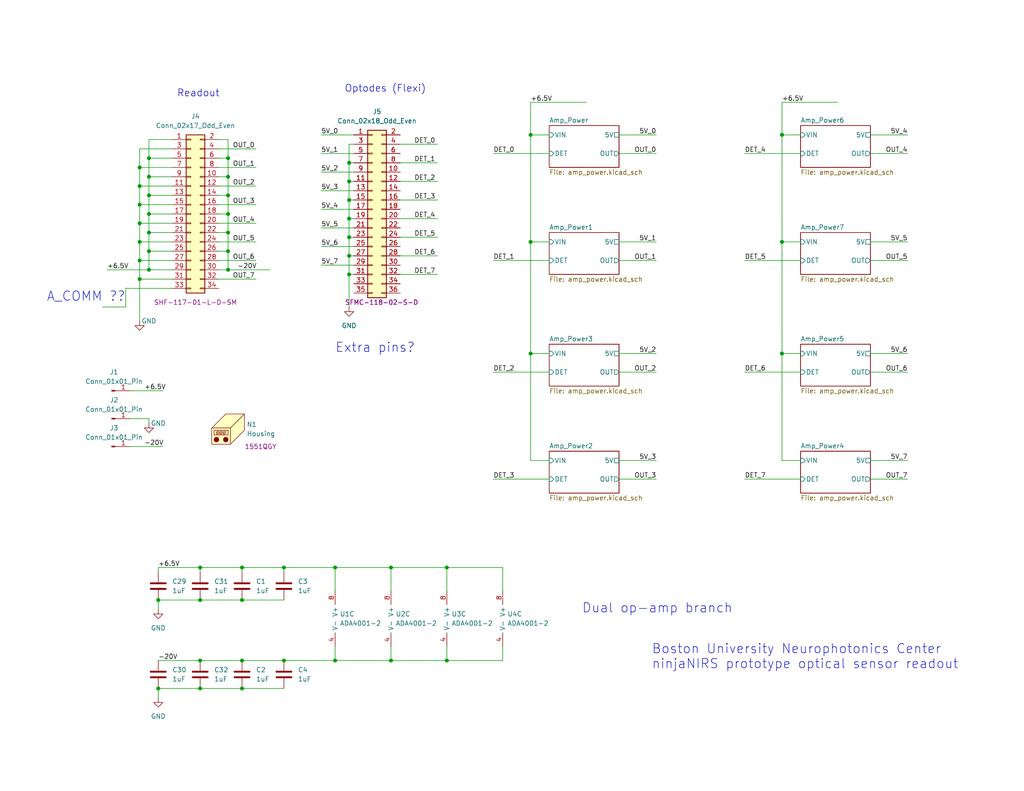
<source format=kicad_sch>
(kicad_sch (version 20230121) (generator eeschema)
  (paper "USLetter")
  (title_block (rev "A") (comment 1 "E. Hazen"))
  (lib_symbols
    (symbol "Connector:Conn_01x01_Pin" (pin_names (offset 1.016) hide)
      (property "Reference" "J" (at 0 2.54 0))
      (property "Value" "Conn_01x01_Pin" (at 0 -2.54 0))
      (symbol "Conn_01x01_Pin_1_1"
        (polyline (pts (xy 1.27 0) (xy 0.8636 0)) (stroke (width 0.1524)))
        (rectangle (start 0.8636 0.127) (end 0 -0.127) (stroke (width 0.1524)) (fill (type outline)))
        (pin passive line (at 5.08 0 180) (length 3.81) (name "Pin_1") (number "1"))
      )
    )
    (symbol "Connector_Generic:Conn_02x17_Odd_Even" (pin_names (offset 1.016) hide)
      (property "Reference" "J" (at 1.27 22.86 0))
      (property "Value" "Conn_02x17_Odd_Even" (at 1.27 -22.86 0))
      (symbol "Conn_02x17_Odd_Even_1_1"
        (rectangle (start -1.27 -20.193) (end 0 -20.447) (stroke (width 0.1524)))
        (rectangle (start -1.27 -17.653) (end 0 -17.907) (stroke (width 0.1524)))
        (rectangle (start -1.27 -15.113) (end 0 -15.367) (stroke (width 0.1524)))
        (rectangle (start -1.27 -12.573) (end 0 -12.827) (stroke (width 0.1524)))
        (rectangle (start -1.27 -10.033) (end 0 -10.287) (stroke (width 0.1524)))
        (rectangle (start -1.27 -7.493) (end 0 -7.747) (stroke (width 0.1524)))
        (rectangle (start -1.27 -4.953) (end 0 -5.207) (stroke (width 0.1524)))
        (rectangle (start -1.27 -2.413) (end 0 -2.667) (stroke (width 0.1524)))
        (rectangle (start -1.27 0.127) (end 0 -0.127) (stroke (width 0.1524)))
        (rectangle (start -1.27 2.667) (end 0 2.413) (stroke (width 0.1524)))
        (rectangle (start -1.27 5.207) (end 0 4.953) (stroke (width 0.1524)))
        (rectangle (start -1.27 7.747) (end 0 7.493) (stroke (width 0.1524)))
        (rectangle (start -1.27 10.287) (end 0 10.033) (stroke (width 0.1524)))
        (rectangle (start -1.27 12.827) (end 0 12.573) (stroke (width 0.1524)))
        (rectangle (start -1.27 15.367) (end 0 15.113) (stroke (width 0.1524)))
        (rectangle (start -1.27 17.907) (end 0 17.653) (stroke (width 0.1524)))
        (rectangle (start -1.27 20.447) (end 0 20.193) (stroke (width 0.1524)))
        (rectangle (start -1.27 21.59) (end 3.81 -21.59) (stroke (width 0.254)) (fill (type background)))
        (rectangle (start 3.81 -20.193) (end 2.54 -20.447) (stroke (width 0.1524)))
        (rectangle (start 3.81 -17.653) (end 2.54 -17.907) (stroke (width 0.1524)))
        (rectangle (start 3.81 -15.113) (end 2.54 -15.367) (stroke (width 0.1524)))
        (rectangle (start 3.81 -12.573) (end 2.54 -12.827) (stroke (width 0.1524)))
        (rectangle (start 3.81 -10.033) (end 2.54 -10.287) (stroke (width 0.1524)))
        (rectangle (start 3.81 -7.493) (end 2.54 -7.747) (stroke (width 0.1524)))
        (rectangle (start 3.81 -4.953) (end 2.54 -5.207) (stroke (width 0.1524)))
        (rectangle (start 3.81 -2.413) (end 2.54 -2.667) (stroke (width 0.1524)))
        (rectangle (start 3.81 0.127) (end 2.54 -0.127) (stroke (width 0.1524)))
        (rectangle (start 3.81 2.667) (end 2.54 2.413) (stroke (width 0.1524)))
        (rectangle (start 3.81 5.207) (end 2.54 4.953) (stroke (width 0.1524)))
        (rectangle (start 3.81 7.747) (end 2.54 7.493) (stroke (width 0.1524)))
        (rectangle (start 3.81 10.287) (end 2.54 10.033) (stroke (width 0.1524)))
        (rectangle (start 3.81 12.827) (end 2.54 12.573) (stroke (width 0.1524)))
        (rectangle (start 3.81 15.367) (end 2.54 15.113) (stroke (width 0.1524)))
        (rectangle (start 3.81 17.907) (end 2.54 17.653) (stroke (width 0.1524)))
        (rectangle (start 3.81 20.447) (end 2.54 20.193) (stroke (width 0.1524)))
        (pin passive line (at -5.08 20.32 0) (length 3.81) (name "Pin_1") (number "1"))
        (pin passive line (at 7.62 10.16 180) (length 3.81) (name "Pin_10") (number "10"))
        (pin passive line (at -5.08 7.62 0) (length 3.81) (name "Pin_11") (number "11"))
        (pin passive line (at 7.62 7.62 180) (length 3.81) (name "Pin_12") (number "12"))
        (pin passive line (at -5.08 5.08 0) (length 3.81) (name "Pin_13") (number "13"))
        (pin passive line (at 7.62 5.08 180) (length 3.81) (name "Pin_14") (number "14"))
        (pin passive line (at -5.08 2.54 0) (length 3.81) (name "Pin_15") (number "15"))
        (pin passive line (at 7.62 2.54 180) (length 3.81) (name "Pin_16") (number "16"))
        (pin passive line (at -5.08 0 0) (length 3.81) (name "Pin_17") (number "17"))
        (pin passive line (at 7.62 0 180) (length 3.81) (name "Pin_18") (number "18"))
        (pin passive line (at -5.08 -2.54 0) (length 3.81) (name "Pin_19") (number "19"))
        (pin passive line (at 7.62 20.32 180) (length 3.81) (name "Pin_2") (number "2"))
        (pin passive line (at 7.62 -2.54 180) (length 3.81) (name "Pin_20") (number "20"))
        (pin passive line (at -5.08 -5.08 0) (length 3.81) (name "Pin_21") (number "21"))
        (pin passive line (at 7.62 -5.08 180) (length 3.81) (name "Pin_22") (number "22"))
        (pin passive line (at -5.08 -7.62 0) (length 3.81) (name "Pin_23") (number "23"))
        (pin passive line (at 7.62 -7.62 180) (length 3.81) (name "Pin_24") (number "24"))
        (pin passive line (at -5.08 -10.16 0) (length 3.81) (name "Pin_25") (number "25"))
        (pin passive line (at 7.62 -10.16 180) (length 3.81) (name "Pin_26") (number "26"))
        (pin passive line (at -5.08 -12.7 0) (length 3.81) (name "Pin_27") (number "27"))
        (pin passive line (at 7.62 -12.7 180) (length 3.81) (name "Pin_28") (number "28"))
        (pin passive line (at -5.08 -15.24 0) (length 3.81) (name "Pin_29") (number "29"))
        (pin passive line (at -5.08 17.78 0) (length 3.81) (name "Pin_3") (number "3"))
        (pin passive line (at 7.62 -15.24 180) (length 3.81) (name "Pin_30") (number "30"))
        (pin passive line (at -5.08 -17.78 0) (length 3.81) (name "Pin_31") (number "31"))
        (pin passive line (at 7.62 -17.78 180) (length 3.81) (name "Pin_32") (number "32"))
        (pin passive line (at -5.08 -20.32 0) (length 3.81) (name "Pin_33") (number "33"))
        (pin passive line (at 7.62 -20.32 180) (length 3.81) (name "Pin_34") (number "34"))
        (pin passive line (at 7.62 17.78 180) (length 3.81) (name "Pin_4") (number "4"))
        (pin passive line (at -5.08 15.24 0) (length 3.81) (name "Pin_5") (number "5"))
        (pin passive line (at 7.62 15.24 180) (length 3.81) (name "Pin_6") (number "6"))
        (pin passive line (at -5.08 12.7 0) (length 3.81) (name "Pin_7") (number "7"))
        (pin passive line (at 7.62 12.7 180) (length 3.81) (name "Pin_8") (number "8"))
        (pin passive line (at -5.08 10.16 0) (length 3.81) (name "Pin_9") (number "9"))
      )
    )
    (symbol "Connector_Generic:Conn_02x18_Odd_Even" (pin_names (offset 1.016) hide)
      (property "Reference" "J" (at 1.27 22.86 0))
      (property "Value" "Conn_02x18_Odd_Even" (at 1.27 -25.4 0))
      (symbol "Conn_02x18_Odd_Even_1_1"
        (rectangle (start -1.27 -22.733) (end 0 -22.987) (stroke (width 0.1524)))
        (rectangle (start -1.27 -20.193) (end 0 -20.447) (stroke (width 0.1524)))
        (rectangle (start -1.27 -17.653) (end 0 -17.907) (stroke (width 0.1524)))
        (rectangle (start -1.27 -15.113) (end 0 -15.367) (stroke (width 0.1524)))
        (rectangle (start -1.27 -12.573) (end 0 -12.827) (stroke (width 0.1524)))
        (rectangle (start -1.27 -10.033) (end 0 -10.287) (stroke (width 0.1524)))
        (rectangle (start -1.27 -7.493) (end 0 -7.747) (stroke (width 0.1524)))
        (rectangle (start -1.27 -4.953) (end 0 -5.207) (stroke (width 0.1524)))
        (rectangle (start -1.27 -2.413) (end 0 -2.667) (stroke (width 0.1524)))
        (rectangle (start -1.27 0.127) (end 0 -0.127) (stroke (width 0.1524)))
        (rectangle (start -1.27 2.667) (end 0 2.413) (stroke (width 0.1524)))
        (rectangle (start -1.27 5.207) (end 0 4.953) (stroke (width 0.1524)))
        (rectangle (start -1.27 7.747) (end 0 7.493) (stroke (width 0.1524)))
        (rectangle (start -1.27 10.287) (end 0 10.033) (stroke (width 0.1524)))
        (rectangle (start -1.27 12.827) (end 0 12.573) (stroke (width 0.1524)))
        (rectangle (start -1.27 15.367) (end 0 15.113) (stroke (width 0.1524)))
        (rectangle (start -1.27 17.907) (end 0 17.653) (stroke (width 0.1524)))
        (rectangle (start -1.27 20.447) (end 0 20.193) (stroke (width 0.1524)))
        (rectangle (start -1.27 21.59) (end 3.81 -24.13) (stroke (width 0.254)) (fill (type background)))
        (rectangle (start 3.81 -22.733) (end 2.54 -22.987) (stroke (width 0.1524)))
        (rectangle (start 3.81 -20.193) (end 2.54 -20.447) (stroke (width 0.1524)))
        (rectangle (start 3.81 -17.653) (end 2.54 -17.907) (stroke (width 0.1524)))
        (rectangle (start 3.81 -15.113) (end 2.54 -15.367) (stroke (width 0.1524)))
        (rectangle (start 3.81 -12.573) (end 2.54 -12.827) (stroke (width 0.1524)))
        (rectangle (start 3.81 -10.033) (end 2.54 -10.287) (stroke (width 0.1524)))
        (rectangle (start 3.81 -7.493) (end 2.54 -7.747) (stroke (width 0.1524)))
        (rectangle (start 3.81 -4.953) (end 2.54 -5.207) (stroke (width 0.1524)))
        (rectangle (start 3.81 -2.413) (end 2.54 -2.667) (stroke (width 0.1524)))
        (rectangle (start 3.81 0.127) (end 2.54 -0.127) (stroke (width 0.1524)))
        (rectangle (start 3.81 2.667) (end 2.54 2.413) (stroke (width 0.1524)))
        (rectangle (start 3.81 5.207) (end 2.54 4.953) (stroke (width 0.1524)))
        (rectangle (start 3.81 7.747) (end 2.54 7.493) (stroke (width 0.1524)))
        (rectangle (start 3.81 10.287) (end 2.54 10.033) (stroke (width 0.1524)))
        (rectangle (start 3.81 12.827) (end 2.54 12.573) (stroke (width 0.1524)))
        (rectangle (start 3.81 15.367) (end 2.54 15.113) (stroke (width 0.1524)))
        (rectangle (start 3.81 17.907) (end 2.54 17.653) (stroke (width 0.1524)))
        (rectangle (start 3.81 20.447) (end 2.54 20.193) (stroke (width 0.1524)))
        (pin passive line (at -5.08 20.32 0) (length 3.81) (name "Pin_1") (number "1"))
        (pin passive line (at 7.62 10.16 180) (length 3.81) (name "Pin_10") (number "10"))
        (pin passive line (at -5.08 7.62 0) (length 3.81) (name "Pin_11") (number "11"))
        (pin passive line (at 7.62 7.62 180) (length 3.81) (name "Pin_12") (number "12"))
        (pin passive line (at -5.08 5.08 0) (length 3.81) (name "Pin_13") (number "13"))
        (pin passive line (at 7.62 5.08 180) (length 3.81) (name "Pin_14") (number "14"))
        (pin passive line (at -5.08 2.54 0) (length 3.81) (name "Pin_15") (number "15"))
        (pin passive line (at 7.62 2.54 180) (length 3.81) (name "Pin_16") (number "16"))
        (pin passive line (at -5.08 0 0) (length 3.81) (name "Pin_17") (number "17"))
        (pin passive line (at 7.62 0 180) (length 3.81) (name "Pin_18") (number "18"))
        (pin passive line (at -5.08 -2.54 0) (length 3.81) (name "Pin_19") (number "19"))
        (pin passive line (at 7.62 20.32 180) (length 3.81) (name "Pin_2") (number "2"))
        (pin passive line (at 7.62 -2.54 180) (length 3.81) (name "Pin_20") (number "20"))
        (pin passive line (at -5.08 -5.08 0) (length 3.81) (name "Pin_21") (number "21"))
        (pin passive line (at 7.62 -5.08 180) (length 3.81) (name "Pin_22") (number "22"))
        (pin passive line (at -5.08 -7.62 0) (length 3.81) (name "Pin_23") (number "23"))
        (pin passive line (at 7.62 -7.62 180) (length 3.81) (name "Pin_24") (number "24"))
        (pin passive line (at -5.08 -10.16 0) (length 3.81) (name "Pin_25") (number "25"))
        (pin passive line (at 7.62 -10.16 180) (length 3.81) (name "Pin_26") (number "26"))
        (pin passive line (at -5.08 -12.7 0) (length 3.81) (name "Pin_27") (number "27"))
        (pin passive line (at 7.62 -12.7 180) (length 3.81) (name "Pin_28") (number "28"))
        (pin passive line (at -5.08 -15.24 0) (length 3.81) (name "Pin_29") (number "29"))
        (pin passive line (at -5.08 17.78 0) (length 3.81) (name "Pin_3") (number "3"))
        (pin passive line (at 7.62 -15.24 180) (length 3.81) (name "Pin_30") (number "30"))
        (pin passive line (at -5.08 -17.78 0) (length 3.81) (name "Pin_31") (number "31"))
        (pin passive line (at 7.62 -17.78 180) (length 3.81) (name "Pin_32") (number "32"))
        (pin passive line (at -5.08 -20.32 0) (length 3.81) (name "Pin_33") (number "33"))
        (pin passive line (at 7.62 -20.32 180) (length 3.81) (name "Pin_34") (number "34"))
        (pin passive line (at -5.08 -22.86 0) (length 3.81) (name "Pin_35") (number "35"))
        (pin passive line (at 7.62 -22.86 180) (length 3.81) (name "Pin_36") (number "36"))
        (pin passive line (at 7.62 17.78 180) (length 3.81) (name "Pin_4") (number "4"))
        (pin passive line (at -5.08 15.24 0) (length 3.81) (name "Pin_5") (number "5"))
        (pin passive line (at 7.62 15.24 180) (length 3.81) (name "Pin_6") (number "6"))
        (pin passive line (at -5.08 12.7 0) (length 3.81) (name "Pin_7") (number "7"))
        (pin passive line (at 7.62 12.7 180) (length 3.81) (name "Pin_8") (number "8"))
        (pin passive line (at -5.08 10.16 0) (length 3.81) (name "Pin_9") (number "9"))
      )
    )
    (symbol "Device:C" (pin_numbers hide) (pin_names (offset 0.254))
      (property "Reference" "C" (at 0.635 2.54 0))
      (property "Value" "C" (at 0.635 -2.54 0))
      (symbol "C_0_1"
        (polyline (pts (xy -2.032 -0.762) (xy 2.032 -0.762)) (stroke (width 0.508)))
        (polyline (pts (xy -2.032 0.762) (xy 2.032 0.762)) (stroke (width 0.508)))
      )
      (symbol "C_1_1"
        (pin passive line (at 0 3.81 270) (length 2.794) (name "~") (number "1"))
        (pin passive line (at 0 -3.81 90) (length 2.794) (name "~") (number "2"))
      )
    )
    (symbol "Device:Opamp_Dual"
      (property "Reference" "U" (at 0 5.08 0))
      (property "Value" "Opamp_Dual" (at 0 -5.08 0))
      (symbol "Opamp_Dual_1_1"
        (polyline (pts (xy -5.08 5.08) (xy 5.08 0) (xy -5.08 -5.08) (xy -5.08 5.08)) (stroke (width 0.254)) (fill (type background)))
        (pin output line (at 7.62 0 180) (length 2.54) (name "~") (number "1"))
        (pin input line (at -7.62 -2.54 0) (length 2.54) (name "-") (number "2"))
        (pin input line (at -7.62 2.54 0) (length 2.54) (name "+") (number "3"))
      )
      (symbol "Opamp_Dual_2_1"
        (polyline (pts (xy -5.08 5.08) (xy 5.08 0) (xy -5.08 -5.08) (xy -5.08 5.08)) (stroke (width 0.254)) (fill (type background)))
        (pin input line (at -7.62 2.54 0) (length 2.54) (name "+") (number "5"))
        (pin input line (at -7.62 -2.54 0) (length 2.54) (name "-") (number "6"))
        (pin output line (at 7.62 0 180) (length 2.54) (name "~") (number "7"))
      )
      (symbol "Opamp_Dual_3_1"
        (pin power_in line (at -2.54 -7.62 90) (length 3.81) (name "V-") (number "4"))
        (pin power_in line (at -2.54 7.62 270) (length 3.81) (name "V+") (number "8"))
      )
    )
    (symbol "Mechanical:Housing" (pin_names (offset 1.016))
      (property "Reference" "N" (at 3.81 0 0))
      (property "Value" "Housing" (at 3.81 -1.905 0))
      (symbol "Housing_0_1"
        (rectangle (start -5.08 -0.635) (end -1.27 -1.905))
        (circle (center -4.445 -3.175) (radius 0.635) (fill (type outline)))
        (circle (center -1.905 -3.175) (radius 0.635) (fill (type outline)))
        (polyline (pts (xy -4.5212 -1.5748) (xy -4.4704 -1.3716)))
        (polyline (pts (xy -4.4196 -1.6764) (xy -4.064 -1.6764)))
        (polyline (pts (xy -4.4196 -1.2192) (xy -4.3688 -0.9652)))
        (polyline (pts (xy -4.318 -1.3208) (xy -4.0132 -1.3208)))
        (polyline (pts (xy -4.2164 -0.9144) (xy -3.9116 -0.9144)))
        (polyline (pts (xy -3.9116 -1.6256) (xy -3.8608 -1.3716)))
        (polyline (pts (xy -3.81 -1.2192) (xy -3.7592 -0.9652)))
        (polyline (pts (xy -3.6068 -1.5748) (xy -3.556 -1.3716)))
        (polyline (pts (xy -3.5052 -1.6764) (xy -3.1496 -1.6764)))
        (polyline (pts (xy -3.5052 -1.2192) (xy -3.4544 -0.9652)))
        (polyline (pts (xy -3.4036 -1.3208) (xy -3.0988 -1.3208)))
        (polyline (pts (xy -3.302 -0.9144) (xy -2.9972 -0.9144)))
        (polyline (pts (xy -2.9972 -1.6256) (xy -2.9464 -1.3716)))
        (polyline (pts (xy -2.8956 -1.2192) (xy -2.8448 -0.9652)))
        (polyline (pts (xy -2.6924 -1.5748) (xy -2.6416 -1.3716)))
        (polyline (pts (xy -2.5908 -1.6764) (xy -2.2352 -1.6764)))
        (polyline (pts (xy -2.5908 -1.2192) (xy -2.54 -0.9652)))
        (polyline (pts (xy -2.4892 -1.3208) (xy -2.1844 -1.3208)))
        (polyline (pts (xy -2.3876 -0.9144) (xy -2.0828 -0.9144)))
        (polyline (pts (xy -2.0828 -1.6256) (xy -2.032 -1.3716)))
        (polyline (pts (xy -1.9812 -1.2192) (xy -1.9304 -0.9652)))
        (polyline (pts (xy -0.635 0) (xy -0.635 -4.445)))
        (polyline (pts (xy -5.715 0) (xy -0.635 0) (xy 3.175 3.81)))
        (polyline (pts (xy -5.715 0) (xy -5.715 -4.445) (xy -0.635 -4.445) (xy 3.175 -0.635) (xy 3.175 3.81) (xy -1.905 3.81) (xy -5.715 0)) (fill (type background)))
      )
    )
    (symbol "power:GND" (power) (pin_names (offset 0))
      (property "Value" "GND" (at 0 -3.81 0))
      (symbol "GND_0_1"
        (polyline (pts (xy 0 0) (xy 0 -1.27) (xy 1.27 -1.27) (xy 0 -2.54) (xy -1.27 -1.27) (xy 0 -1.27)))
      )
      (symbol "GND_1_1"
        (pin power_in line (at 0 0 270) (length 0) hide (name "GND") (number "1"))
      )
    )
  )
  (junction (at 62.23 73.66))
  (junction (at 62.23 68.58))
  (junction (at 95.25 59.69))
  (junction (at 38.1 45.72))
  (junction (at 95.25 74.93))
  (junction (at 95.25 54.61))
  (junction (at 54.61 187.96))
  (junction (at 95.25 44.45))
  (junction (at 43.18 187.96))
  (junction (at 121.92 154.94))
  (junction (at 121.92 180.34))
  (junction (at 38.1 50.8))
  (junction (at 38.1 66.04))
  (junction (at 54.61 163.83))
  (junction (at 62.23 48.26))
  (junction (at 40.64 73.66))
  (junction (at 213.36 36.83))
  (junction (at 91.44 154.94))
  (junction (at 43.18 163.83))
  (junction (at 40.64 68.58))
  (junction (at 62.23 53.34))
  (junction (at 66.04 180.34))
  (junction (at 40.64 53.34))
  (junction (at 66.04 154.94))
  (junction (at 213.36 66.04))
  (junction (at 91.44 180.34))
  (junction (at 144.78 36.83))
  (junction (at 62.23 63.5))
  (junction (at 66.04 163.83))
  (junction (at 106.68 154.94))
  (junction (at 40.64 43.18))
  (junction (at 54.61 154.94))
  (junction (at 95.25 49.53))
  (junction (at 106.68 180.34))
  (junction (at 38.1 71.12))
  (junction (at 62.23 58.42))
  (junction (at 62.23 43.18))
  (junction (at 144.78 96.52))
  (junction (at 38.1 55.88))
  (junction (at 38.1 60.96))
  (junction (at 66.04 187.96))
  (junction (at 38.1 76.2))
  (junction (at 40.64 63.5))
  (junction (at 144.78 66.04))
  (junction (at 77.47 154.94))
  (junction (at 40.64 48.26))
  (junction (at 95.25 64.77))
  (junction (at 213.36 96.52))
  (junction (at 77.47 180.34))
  (junction (at 40.64 58.42))
  (junction (at 54.61 180.34))
  (junction (at 95.25 69.85))
  (wire (pts (xy 59.69 71.12) (xy 69.85 71.12)))
  (wire (pts (xy 168.91 71.12) (xy 179.07 71.12)))
  (wire (pts (xy 38.1 50.8) (xy 46.99 50.8)))
  (wire (pts (xy 87.63 72.39) (xy 96.52 72.39)))
  (wire (pts (xy 95.25 59.69) (xy 95.25 64.77)))
  (wire (pts (xy 121.92 154.94) (xy 106.68 154.94)))
  (wire (pts (xy 59.69 55.88) (xy 69.85 55.88)))
  (wire (pts (xy 144.78 66.04) (xy 144.78 96.52)))
  (wire (pts (xy 46.99 38.1) (xy 40.64 38.1)))
  (wire (pts (xy 40.64 43.18) (xy 40.64 48.26)))
  (wire (pts (xy 95.25 54.61) (xy 95.25 59.69)))
  (wire (pts (xy 95.25 64.77) (xy 95.25 69.85)))
  (wire (pts (xy 59.69 50.8) (xy 69.85 50.8)))
  (wire (pts (xy 38.1 60.96) (xy 46.99 60.96)))
  (wire (pts (xy 237.49 101.6) (xy 247.65 101.6)))
  (wire (pts (xy 46.99 40.64) (xy 38.1 40.64)))
  (wire (pts (xy 134.62 41.91) (xy 149.86 41.91)))
  (wire (pts (xy 109.22 49.53) (xy 119.38 49.53)))
  (wire (pts (xy 43.18 156.21) (xy 43.18 154.94)))
  (wire (pts (xy 218.44 125.73) (xy 213.36 125.73)))
  (wire (pts (xy 213.36 27.94) (xy 213.36 36.83)))
  (wire (pts (xy 213.36 36.83) (xy 213.36 66.04)))
  (wire (pts (xy 237.49 36.83) (xy 247.65 36.83)))
  (wire (pts (xy 149.86 96.52) (xy 144.78 96.52)))
  (wire (pts (xy 168.91 66.04) (xy 179.07 66.04)))
  (wire (pts (xy 144.78 27.94) (xy 160.02 27.94)))
  (wire (pts (xy 38.1 60.96) (xy 38.1 66.04)))
  (wire (pts (xy 134.62 130.81) (xy 149.86 130.81)))
  (wire (pts (xy 95.25 69.85) (xy 96.52 69.85)))
  (wire (pts (xy 40.64 68.58) (xy 40.64 73.66)))
  (wire (pts (xy 168.91 96.52) (xy 179.07 96.52)))
  (wire (pts (xy 91.44 154.94) (xy 91.44 161.29)))
  (wire (pts (xy 62.23 68.58) (xy 62.23 73.66)))
  (wire (pts (xy 237.49 96.52) (xy 247.65 96.52)))
  (wire (pts (xy 237.49 125.73) (xy 247.65 125.73)))
  (wire (pts (xy 38.1 45.72) (xy 38.1 50.8)))
  (wire (pts (xy 43.18 187.96) (xy 43.18 190.5)))
  (wire (pts (xy 95.25 39.37) (xy 95.25 44.45)))
  (wire (pts (xy 106.68 180.34) (xy 106.68 176.53)))
  (wire (pts (xy 91.44 176.53) (xy 91.44 180.34)))
  (wire (pts (xy 62.23 53.34) (xy 62.23 58.42)))
  (wire (pts (xy 54.61 154.94) (xy 66.04 154.94)))
  (wire (pts (xy 38.1 71.12) (xy 38.1 76.2)))
  (wire (pts (xy 95.25 49.53) (xy 96.52 49.53)))
  (wire (pts (xy 137.16 180.34) (xy 121.92 180.34)))
  (wire (pts (xy 59.69 43.18) (xy 62.23 43.18)))
  (wire (pts (xy 40.64 48.26) (xy 46.99 48.26)))
  (wire (pts (xy 109.22 39.37) (xy 119.38 39.37)))
  (wire (pts (xy 62.23 73.66) (xy 59.69 73.66)))
  (wire (pts (xy 87.63 41.91) (xy 96.52 41.91)))
  (wire (pts (xy 62.23 48.26) (xy 62.23 53.34)))
  (wire (pts (xy 106.68 161.29) (xy 106.68 154.94)))
  (wire (pts (xy 144.78 27.94) (xy 144.78 36.83)))
  (wire (pts (xy 62.23 58.42) (xy 62.23 63.5)))
  (wire (pts (xy 87.63 52.07) (xy 96.52 52.07)))
  (wire (pts (xy 149.86 66.04) (xy 144.78 66.04)))
  (wire (pts (xy 95.25 64.77) (xy 96.52 64.77)))
  (wire (pts (xy 218.44 36.83) (xy 213.36 36.83)))
  (wire (pts (xy 43.18 154.94) (xy 54.61 154.94)))
  (wire (pts (xy 134.62 71.12) (xy 149.86 71.12)))
  (wire (pts (xy 87.63 57.15) (xy 96.52 57.15)))
  (wire (pts (xy 59.69 53.34) (xy 62.23 53.34)))
  (wire (pts (xy 87.63 67.31) (xy 96.52 67.31)))
  (wire (pts (xy 203.2 101.6) (xy 218.44 101.6)))
  (wire (pts (xy 43.18 163.83) (xy 43.18 166.37)))
  (wire (pts (xy 38.1 55.88) (xy 46.99 55.88)))
  (wire (pts (xy 95.25 59.69) (xy 96.52 59.69)))
  (wire (pts (xy 38.1 66.04) (xy 46.99 66.04)))
  (wire (pts (xy 203.2 41.91) (xy 218.44 41.91)))
  (wire (pts (xy 66.04 154.94) (xy 77.47 154.94)))
  (wire (pts (xy 38.1 76.2) (xy 46.99 76.2)))
  (wire (pts (xy 121.92 154.94) (xy 137.16 154.94)))
  (wire (pts (xy 121.92 161.29) (xy 121.92 154.94)))
  (wire (pts (xy 237.49 130.81) (xy 247.65 130.81)))
  (wire (pts (xy 40.64 63.5) (xy 40.64 68.58)))
  (wire (pts (xy 213.36 27.94) (xy 228.6 27.94)))
  (wire (pts (xy 203.2 130.81) (xy 218.44 130.81)))
  (wire (pts (xy 218.44 66.04) (xy 213.36 66.04)))
  (wire (pts (xy 54.61 156.21) (xy 54.61 154.94)))
  (wire (pts (xy 40.64 53.34) (xy 46.99 53.34)))
  (wire (pts (xy 168.91 125.73) (xy 179.07 125.73)))
  (wire (pts (xy 95.25 44.45) (xy 95.25 49.53)))
  (wire (pts (xy 59.69 58.42) (xy 62.23 58.42)))
  (wire (pts (xy 168.91 130.81) (xy 179.07 130.81)))
  (wire (pts (xy 38.1 66.04) (xy 38.1 71.12)))
  (wire (pts (xy 121.92 180.34) (xy 106.68 180.34)))
  (wire (pts (xy 95.25 69.85) (xy 95.25 74.93)))
  (wire (pts (xy 35.56 106.68) (xy 44.45 106.68)))
  (wire (pts (xy 54.61 187.96) (xy 66.04 187.96)))
  (wire (pts (xy 38.1 55.88) (xy 38.1 60.96)))
  (wire (pts (xy 40.64 58.42) (xy 40.64 63.5)))
  (wire (pts (xy 137.16 154.94) (xy 137.16 161.29)))
  (wire (pts (xy 40.64 48.26) (xy 40.64 53.34)))
  (wire (pts (xy 95.25 74.93) (xy 96.52 74.93)))
  (wire (pts (xy 109.22 59.69) (xy 119.38 59.69)))
  (wire (pts (xy 77.47 154.94) (xy 91.44 154.94)))
  (wire (pts (xy 109.22 54.61) (xy 119.38 54.61)))
  (wire (pts (xy 40.64 58.42) (xy 46.99 58.42)))
  (wire (pts (xy 62.23 73.66) (xy 73.66 73.66)))
  (wire (pts (xy 237.49 71.12) (xy 247.65 71.12)))
  (wire (pts (xy 109.22 74.93) (xy 119.38 74.93)))
  (wire (pts (xy 40.64 73.66) (xy 46.99 73.66)))
  (wire (pts (xy 40.64 114.3) (xy 40.64 115.57)))
  (wire (pts (xy 43.18 187.96) (xy 54.61 187.96)))
  (wire (pts (xy 54.61 163.83) (xy 66.04 163.83)))
  (wire (pts (xy 40.64 63.5) (xy 46.99 63.5)))
  (wire (pts (xy 38.1 40.64) (xy 38.1 45.72)))
  (wire (pts (xy 59.69 66.04) (xy 69.85 66.04)))
  (wire (pts (xy 95.25 44.45) (xy 96.52 44.45)))
  (wire (pts (xy 59.69 76.2) (xy 69.85 76.2)))
  (wire (pts (xy 66.04 180.34) (xy 77.47 180.34)))
  (wire (pts (xy 38.1 50.8) (xy 38.1 55.88)))
  (wire (pts (xy 203.2 71.12) (xy 218.44 71.12)))
  (wire (pts (xy 109.22 64.77) (xy 119.38 64.77)))
  (wire (pts (xy 168.91 36.83) (xy 179.07 36.83)))
  (wire (pts (xy 144.78 36.83) (xy 144.78 66.04)))
  (wire (pts (xy 62.23 63.5) (xy 62.23 68.58)))
  (wire (pts (xy 46.99 78.74) (xy 34.29 78.74)))
  (wire (pts (xy 59.69 38.1) (xy 62.23 38.1)))
  (wire (pts (xy 54.61 180.34) (xy 66.04 180.34)))
  (wire (pts (xy 38.1 76.2) (xy 38.1 87.63)))
  (wire (pts (xy 95.25 49.53) (xy 95.25 54.61)))
  (wire (pts (xy 91.44 180.34) (xy 106.68 180.34)))
  (wire (pts (xy 38.1 45.72) (xy 46.99 45.72)))
  (wire (pts (xy 35.56 121.92) (xy 44.45 121.92)))
  (wire (pts (xy 144.78 96.52) (xy 144.78 125.73)))
  (wire (pts (xy 43.18 180.34) (xy 54.61 180.34)))
  (wire (pts (xy 168.91 41.91) (xy 179.07 41.91)))
  (wire (pts (xy 95.25 74.93) (xy 95.25 83.82)))
  (wire (pts (xy 40.64 43.18) (xy 46.99 43.18)))
  (wire (pts (xy 59.69 60.96) (xy 69.85 60.96)))
  (wire (pts (xy 237.49 41.91) (xy 247.65 41.91)))
  (wire (pts (xy 137.16 176.53) (xy 137.16 180.34)))
  (wire (pts (xy 40.64 38.1) (xy 40.64 43.18)))
  (wire (pts (xy 77.47 156.21) (xy 77.47 154.94)))
  (wire (pts (xy 66.04 163.83) (xy 77.47 163.83)))
  (wire (pts (xy 35.56 114.3) (xy 40.64 114.3)))
  (wire (pts (xy 149.86 36.83) (xy 144.78 36.83)))
  (wire (pts (xy 87.63 36.83) (xy 96.52 36.83)))
  (wire (pts (xy 87.63 46.99) (xy 96.52 46.99)))
  (wire (pts (xy 40.64 68.58) (xy 46.99 68.58)))
  (wire (pts (xy 168.91 101.6) (xy 179.07 101.6)))
  (wire (pts (xy 121.92 176.53) (xy 121.92 180.34)))
  (wire (pts (xy 95.25 54.61) (xy 96.52 54.61)))
  (wire (pts (xy 59.69 40.64) (xy 69.85 40.64)))
  (wire (pts (xy 149.86 125.73) (xy 144.78 125.73)))
  (wire (pts (xy 59.69 63.5) (xy 62.23 63.5)))
  (wire (pts (xy 59.69 48.26) (xy 62.23 48.26)))
  (wire (pts (xy 62.23 38.1) (xy 62.23 43.18)))
  (wire (pts (xy 96.52 39.37) (xy 95.25 39.37)))
  (wire (pts (xy 134.62 101.6) (xy 149.86 101.6)))
  (wire (pts (xy 66.04 156.21) (xy 66.04 154.94)))
  (wire (pts (xy 62.23 43.18) (xy 62.23 48.26)))
  (wire (pts (xy 40.64 53.34) (xy 40.64 58.42)))
  (wire (pts (xy 109.22 44.45) (xy 119.38 44.45)))
  (wire (pts (xy 109.22 69.85) (xy 119.38 69.85)))
  (wire (pts (xy 27.94 83.82) (xy 34.29 83.82)))
  (wire (pts (xy 106.68 154.94) (xy 91.44 154.94)))
  (wire (pts (xy 87.63 62.23) (xy 96.52 62.23)))
  (wire (pts (xy 77.47 180.34) (xy 91.44 180.34)))
  (wire (pts (xy 213.36 96.52) (xy 213.36 125.73)))
  (wire (pts (xy 34.29 78.74) (xy 34.29 83.82)))
  (wire (pts (xy 29.21 73.66) (xy 40.64 73.66)))
  (wire (pts (xy 59.69 45.72) (xy 69.85 45.72)))
  (wire (pts (xy 43.18 163.83) (xy 54.61 163.83)))
  (wire (pts (xy 213.36 66.04) (xy 213.36 96.52)))
  (wire (pts (xy 66.04 187.96) (xy 77.47 187.96)))
  (wire (pts (xy 38.1 71.12) (xy 46.99 71.12)))
  (wire (pts (xy 218.44 96.52) (xy 213.36 96.52)))
  (wire (pts (xy 59.69 68.58) (xy 62.23 68.58)))
  (wire (pts (xy 237.49 66.04) (xy 247.65 66.04)))
  (text "Boston University Neurophotonics Center\nninjaNIRS prototype optical sensor readout" (at 177.8 182.88 0) (effects (font (size 2.54 2.54)) (justify left bottom)))
  (text "Dual op-amp branch" (at 158.75 167.64 0) (effects (font (size 2.54 2.54)) (justify left bottom)))
  (text "Optodes (Flexi)" (at 93.98 25.4 0) (effects (font (size 1.905 1.905)) (justify left bottom)))
  (text "Extra pins?" (at 91.44 96.52 0) (effects (font (size 2.54 2.54)) (justify left bottom)))
  (text "Readout" (at 48.26 26.67 0) (effects (font (size 1.905 1.905)) (justify left bottom)))
  (text "A_COMM ??" (at 12.7 82.55 0) (effects (font (size 2.54 2.54)) (justify left bottom)))
  (label "-20V" (at 39.37 121.92 0))
  (label "+6.5V" (at 144.78 27.94 0))
  (label "5V_5" (at 247.65 66.04 180))
  (label "+6.5V" (at 43.18 154.94 0))
  (label "-20V" (at 64.77 73.66 0))
  (label "OUT_4" (at 247.65 41.91 180))
  (label "5V_6" (at 87.63 67.31 0))
  (label "5V_0" (at 87.63 36.83 0))
  (label "DET_4" (at 113.03 59.69 0))
  (label "5V_4" (at 247.65 36.83 180))
  (label "+6.5V" (at 29.21 73.66 0))
  (label "DET_1" (at 134.62 71.12 0))
  (label "DET_0" (at 113.03 39.37 0))
  (label "5V_2" (at 87.63 46.99 0))
  (label "OUT_3" (at 63.5 55.88 0))
  (label "OUT_5" (at 247.65 71.12 180))
  (label "OUT_6" (at 63.5 71.12 0))
  (label "DET_5" (at 113.03 64.77 0))
  (label "OUT_2" (at 179.07 101.6 180))
  (label "5V_7" (at 247.65 125.73 180))
  (label "DET_0" (at 134.62 41.91 0))
  (label "DET_3" (at 134.62 130.81 0))
  (label "OUT_2" (at 63.5 50.8 0))
  (label "OUT_1" (at 63.5 45.72 0))
  (label "-20V" (at 43.18 180.34 0))
  (label "OUT_6" (at 247.65 101.6 180))
  (label "5V_3" (at 87.63 52.07 0))
  (label "DET_5" (at 203.2 71.12 0))
  (label "OUT_0" (at 63.5 40.64 0))
  (label "+6.5V" (at 39.37 106.68 0))
  (label "DET_4" (at 203.2 41.91 0))
  (label "5V_1" (at 179.07 66.04 180))
  (label "OUT_3" (at 179.07 130.81 180))
  (label "OUT_4" (at 63.5 60.96 0))
  (label "OUT_7" (at 63.5 76.2 0))
  (label "5V_2" (at 179.07 96.52 180))
  (label "OUT_7" (at 247.65 130.81 180))
  (label "OUT_0" (at 179.07 41.91 180))
  (label "DET_7" (at 113.03 74.93 0))
  (label "DET_2" (at 134.62 101.6 0))
  (label "DET_2" (at 113.03 49.53 0))
  (label "5V_3" (at 179.07 125.73 180))
  (label "DET_3" (at 113.03 54.61 0))
  (label "DET_6" (at 203.2 101.6 0))
  (label "5V_0" (at 179.07 36.83 180))
  (label "5V_4" (at 87.63 57.15 0))
  (label "DET_7" (at 203.2 130.81 0))
  (label "5V_1" (at 87.63 41.91 0))
  (label "OUT_5" (at 63.5 66.04 0))
  (label "5V_5" (at 87.63 62.23 0))
  (label "5V_7" (at 87.63 72.39 0))
  (label "DET_6" (at 113.03 69.85 0))
  (label "DET_1" (at 113.03 44.45 0))
  (label "5V_6" (at 247.65 96.52 180))
  (label "OUT_1" (at 179.07 71.12 180))
  (label "+6.5V" (at 213.36 27.94 0))
  (symbol (lib_id "power:GND") (at 43.18 166.37 0) (unit 1)
    (property "Reference" "#PWR022" (effects hide))
    (property "Value" "GND" (at 43.18 171.45 0))
  )
  (symbol (lib_id "Device:C") (at 66.04 184.15 0) (unit 1)
    (property "Reference" "C2" (at 69.85 182.88 0) (effects (justify left)))
    (property "Value" "1uF" (at 69.85 185.42 0) (effects (justify left)))
    (property "Footprint" "Capacitor_SMD:C_0603_1608Metric" (effects hide))
    (property "CatNo" "445-173625-1-ND" (effects hide))
    (property "MfgNo" "C1608X7R1V105K080AE" (effects hide))
  )
  (symbol (lib_id "Device:Opamp_Dual") (at 139.7 168.91 0) (unit 3)
    (property "Reference" "U4" (at 138.43 167.64 0) (effects (justify left)))
    (property "Value" "ADA4001-2" (at 138.43 170.18 0) (effects (justify left)))
    (property "Footprint" "Package_SO:SO-8_3.9x4.9mm_P1.27mm" (effects hide))
    (property "CatNo" "ADA4001-2ARZ-R7CT-ND" (effects hide))
    (property "MfgNo" "ADA4001-2ARZ-R7" (effects hide))
  )
  (symbol (lib_id "Connector:Conn_01x01_Pin") (at 30.48 114.3 0) (unit 1)
    (property "Reference" "J2" (at 31.115 109.22 0))
    (property "Value" "Conn_01x01_Pin" (at 31.115 111.76 0))
    (property "Footprint" "TestPoint:TestPoint_THTPad_1.0x1.0mm_Drill0.5mm" (effects hide))
  )
  (symbol (lib_id "power:GND") (at 40.64 115.57 0) (unit 1)
    (property "Reference" "#PWR02" (effects hide))
    (property "Value" "GND" (at 43.18 115.57 0))
  )
  (symbol (lib_id "Connector:Conn_01x01_Pin") (at 30.48 121.92 0) (unit 1)
    (property "Reference" "J3" (at 31.115 116.84 0))
    (property "Value" "Conn_01x01_Pin" (at 31.115 119.38 0))
    (property "Footprint" "TestPoint:TestPoint_THTPad_1.0x1.0mm_Drill0.5mm" (effects hide))
  )
  (symbol (lib_id "Device:C") (at 54.61 184.15 0) (unit 1)
    (property "Reference" "C32" (at 58.42 182.88 0) (effects (justify left)))
    (property "Value" "1uF" (at 58.42 185.42 0) (effects (justify left)))
    (property "Footprint" "Capacitor_SMD:C_0603_1608Metric" (effects hide))
    (property "CatNo" "445-173625-1-ND" (effects hide))
    (property "MfgNo" "C1608X7R1V105K080AE" (effects hide))
  )
  (symbol (lib_id "Mechanical:Housing") (at 63.5 116.84 0) (unit 1)
    (property "Reference" "N1" (at 67.31 115.8875 0) (effects (justify left)))
    (property "Value" "Housing" (at 67.31 118.4275 0) (effects (justify left)))
    (property "Footprint" "AA_Hammond:1551QGY" (effects hide))
    (property "MfgNo" "1551QGY" (at 71.12 121.92 0))
    (property "CatNo" "HM1128-ND" (effects hide))
  )
  (symbol (lib_id "Connector:Conn_01x01_Pin") (at 30.48 106.68 0) (unit 1)
    (property "Reference" "J1" (at 31.115 101.6 0))
    (property "Value" "Conn_01x01_Pin" (at 31.115 104.14 0))
    (property "Footprint" "TestPoint:TestPoint_THTPad_1.0x1.0mm_Drill0.5mm" (effects hide))
  )
  (symbol (lib_id "Device:C") (at 43.18 184.15 0) (unit 1)
    (property "Reference" "C30" (at 46.99 182.88 0) (effects (justify left)))
    (property "Value" "1uF" (at 46.99 185.42 0) (effects (justify left)))
    (property "Footprint" "Capacitor_SMD:C_0603_1608Metric" (effects hide))
    (property "CatNo" "445-173625-1-ND" (effects hide))
    (property "MfgNo" "C1608X7R1V105K080AE" (effects hide))
  )
  (symbol (lib_id "Device:C") (at 77.47 160.02 0) (unit 1)
    (property "Reference" "C3" (at 81.28 158.75 0) (effects (justify left)))
    (property "Value" "1uF" (at 81.28 161.29 0) (effects (justify left)))
    (property "Footprint" "Capacitor_SMD:C_0603_1608Metric" (effects hide))
    (property "CatNo" "445-173625-1-ND" (effects hide))
    (property "MfgNo" "C1608X7R1V105K080AE" (effects hide))
  )
  (symbol (lib_id "Device:Opamp_Dual") (at 109.22 168.91 0) (unit 3)
    (property "Reference" "U2" (at 107.95 167.64 0) (effects (justify left)))
    (property "Value" "ADA4001-2" (at 107.95 170.18 0) (effects (justify left)))
    (property "Footprint" "Package_SO:SO-8_3.9x4.9mm_P1.27mm" (effects hide))
    (property "CatNo" "ADA4001-2ARZ-R7CT-ND" (effects hide))
    (property "MfgNo" "ADA4001-2ARZ-R7" (effects hide))
  )
  (symbol (lib_id "Device:Opamp_Dual") (at 93.98 168.91 0) (unit 3)
    (property "Reference" "U1" (at 92.71 167.64 0) (effects (justify left)))
    (property "Value" "ADA4001-2" (at 92.71 170.18 0) (effects (justify left)))
    (property "Footprint" "Package_SO:SO-8_3.9x4.9mm_P1.27mm" (effects hide))
    (property "CatNo" "ADA4001-2ARZ-R7CT-ND" (effects hide))
    (property "MfgNo" "ADA4001-2ARZ-R7" (effects hide))
  )
  (symbol (lib_id "Device:C") (at 54.61 160.02 0) (unit 1)
    (property "Reference" "C31" (at 58.42 158.75 0) (effects (justify left)))
    (property "Value" "1uF" (at 58.42 161.29 0) (effects (justify left)))
    (property "Footprint" "Capacitor_SMD:C_0603_1608Metric" (effects hide))
    (property "CatNo" "445-173625-1-ND" (effects hide))
    (property "MfgNo" "C1608X7R1V105K080AE" (effects hide))
  )
  (symbol (lib_id "Device:C") (at 43.18 160.02 0) (unit 1)
    (property "Reference" "C29" (at 46.99 158.75 0) (effects (justify left)))
    (property "Value" "1uF" (at 46.99 161.29 0) (effects (justify left)))
    (property "Footprint" "Capacitor_SMD:C_0603_1608Metric" (effects hide))
    (property "CatNo" "445-173625-1-ND" (effects hide))
    (property "MfgNo" "C1608X7R1V105K080AE" (effects hide))
  )
  (symbol (lib_id "power:GND") (at 38.1 87.63 0) (unit 1)
    (property "Reference" "#PWR01" (effects hide))
    (property "Value" "GND" (at 40.64 87.63 0))
  )
  (symbol (lib_id "power:GND") (at 43.18 190.5 0) (unit 1)
    (property "Reference" "#PWR023" (effects hide))
    (property "Value" "GND" (at 43.18 195.58 0))
  )
  (symbol (lib_id "Device:Opamp_Dual") (at 124.46 168.91 0) (unit 3)
    (property "Reference" "U3" (at 123.19 167.64 0) (effects (justify left)))
    (property "Value" "ADA4001-2" (at 123.19 170.18 0) (effects (justify left)))
    (property "Footprint" "Package_SO:SO-8_3.9x4.9mm_P1.27mm" (effects hide))
    (property "CatNo" "ADA4001-2ARZ-R7CT-ND" (effects hide))
    (property "MfgNo" "ADA4001-2ARZ-R7" (effects hide))
  )
  (symbol (lib_id "Device:C") (at 77.47 184.15 0) (unit 1)
    (property "Reference" "C4" (at 81.28 182.88 0) (effects (justify left)))
    (property "Value" "1uF" (at 81.28 185.42 0) (effects (justify left)))
    (property "Footprint" "Capacitor_SMD:C_0603_1608Metric" (effects hide))
    (property "CatNo" "445-173625-1-ND" (effects hide))
    (property "MfgNo" "C1608X7R1V105K080AE" (effects hide))
  )
  (symbol (lib_id "Connector_Generic:Conn_02x17_Odd_Even") (at 52.07 58.42 0) (unit 1)
    (property "Reference" "J4" (at 53.34 31.75 0))
    (property "Value" "Conn_02x17_Odd_Even" (at 53.34 34.29 0))
    (property "Footprint" "samtec:SHF-117-01-X-D-SM" (effects hide))
    (property "MfgNo" "SHF-117-01-L-D-SM" (at 53.34 82.55 0))
    (property "CatNo" "SAM9921-ND" (effects hide))
  )
  (symbol (lib_id "Device:C") (at 66.04 160.02 0) (unit 1)
    (property "Reference" "C1" (at 69.85 158.75 0) (effects (justify left)))
    (property "Value" "1uF" (at 69.85 161.29 0) (effects (justify left)))
    (property "Footprint" "Capacitor_SMD:C_0603_1608Metric" (effects hide))
    (property "CatNo" "445-173625-1-ND" (effects hide))
    (property "MfgNo" "C1608X7R1V105K080AE" (effects hide))
  )
  (symbol (lib_id "power:GND") (at 95.25 83.82 0) (unit 1)
    (property "Reference" "#PWR05" (effects hide))
    (property "Value" "GND" (at 95.25 88.9 0))
  )
  (symbol (lib_id "Connector_Generic:Conn_02x18_Odd_Even") (at 101.6 57.15 0) (unit 1)
    (property "Reference" "J5" (at 102.87 30.48 0))
    (property "Value" "Conn_02x18_Odd_Even" (at 102.87 33.02 0))
    (property "Footprint" "samtec:SAMTEC_SFMC-118-02-L-D" (effects hide))
    (property "MfgNo" "SFMC-118-02-S-D" (at 104.14 82.55 0))
    (property "CatNo" "SFMC-118-02-S-D-ND" (effects hide))
  )
  (sheet (at 218.44 63.5) (size 19.05 11.43) (stroke (width 0.1524))
    (property "Sheetname" "Amp_Power7" (at 218.44 62.7884 0) (effects (justify left bottom)))
    (property "Sheetfile" "amp_power.kicad_sch" (at 218.44 75.5146 0) (effects (justify left top)))
    (pin "DET" input (at 218.44 71.12 180))
    (pin "5V" passive (at 237.49 66.04 0))
    (pin "VIN" input (at 218.44 66.04 180))
    (pin "OUT" output (at 237.49 71.12 0))
  )
  (sheet (at 218.44 93.98) (size 19.05 11.43) (stroke (width 0.1524))
    (property "Sheetname" "Amp_Power5" (at 218.44 93.2684 0) (effects (justify left bottom)))
    (property "Sheetfile" "amp_power.kicad_sch" (at 218.44 105.9946 0) (effects (justify left top)))
    (pin "DET" input (at 218.44 101.6 180))
    (pin "5V" passive (at 237.49 96.52 0))
    (pin "VIN" input (at 218.44 96.52 180))
    (pin "OUT" output (at 237.49 101.6 0))
  )
  (sheet (at 149.86 93.98) (size 19.05 11.43) (stroke (width 0.1524))
    (property "Sheetname" "Amp_Power3" (at 149.86 93.2684 0) (effects (justify left bottom)))
    (property "Sheetfile" "amp_power.kicad_sch" (at 149.86 105.9946 0) (effects (justify left top)))
    (pin "DET" input (at 149.86 101.6 180))
    (pin "5V" passive (at 168.91 96.52 0))
    (pin "VIN" input (at 149.86 96.52 180))
    (pin "OUT" output (at 168.91 101.6 0))
  )
  (sheet (at 218.44 123.19) (size 19.05 11.43) (stroke (width 0.1524))
    (property "Sheetname" "Amp_Power4" (at 218.44 122.4784 0) (effects (justify left bottom)))
    (property "Sheetfile" "amp_power.kicad_sch" (at 218.44 135.2046 0) (effects (justify left top)))
    (pin "DET" input (at 218.44 130.81 180))
    (pin "5V" passive (at 237.49 125.73 0))
    (pin "VIN" input (at 218.44 125.73 180))
    (pin "OUT" output (at 237.49 130.81 0))
  )
  (sheet (at 149.86 123.19) (size 19.05 11.43) (stroke (width 0.1524))
    (property "Sheetname" "Amp_Power2" (at 149.86 122.4784 0) (effects (justify left bottom)))
    (property "Sheetfile" "amp_power.kicad_sch" (at 149.86 135.2046 0) (effects (justify left top)))
    (pin "DET" input (at 149.86 130.81 180))
    (pin "5V" passive (at 168.91 125.73 0))
    (pin "VIN" input (at 149.86 125.73 180))
    (pin "OUT" output (at 168.91 130.81 0))
  )
  (sheet (at 218.44 34.29) (size 19.05 11.43) (stroke (width 0.1524))
    (property "Sheetname" "Amp_Power6" (at 218.44 33.5784 0) (effects (justify left bottom)))
    (property "Sheetfile" "amp_power.kicad_sch" (at 218.44 46.3046 0) (effects (justify left top)))
    (pin "DET" input (at 218.44 41.91 180))
    (pin "5V" passive (at 237.49 36.83 0))
    (pin "VIN" input (at 218.44 36.83 180))
    (pin "OUT" output (at 237.49 41.91 0))
  )
  (sheet (at 149.86 34.29) (size 19.05 11.43) (stroke (width 0.1524))
    (property "Sheetname" "Amp_Power" (at 149.86 33.5784 0) (effects (justify left bottom)))
    (property "Sheetfile" "amp_power.kicad_sch" (at 149.86 46.3046 0) (effects (justify left top)))
    (pin "DET" input (at 149.86 41.91 180))
    (pin "5V" passive (at 168.91 36.83 0))
    (pin "VIN" input (at 149.86 36.83 180))
    (pin "OUT" output (at 168.91 41.91 0))
  )
  (sheet (at 149.86 63.5) (size 19.05 11.43) (stroke (width 0.1524))
    (property "Sheetname" "Amp_Power1" (at 149.86 62.7884 0) (effects (justify left bottom)))
    (property "Sheetfile" "amp_power.kicad_sch" (at 149.86 75.5146 0) (effects (justify left top)))
    (pin "DET" input (at 149.86 71.12 180))
    (pin "5V" passive (at 168.91 66.04 0))
    (pin "VIN" input (at 149.86 66.04 180))
    (pin "OUT" output (at 168.91 71.12 0))
  )
)
</source>
